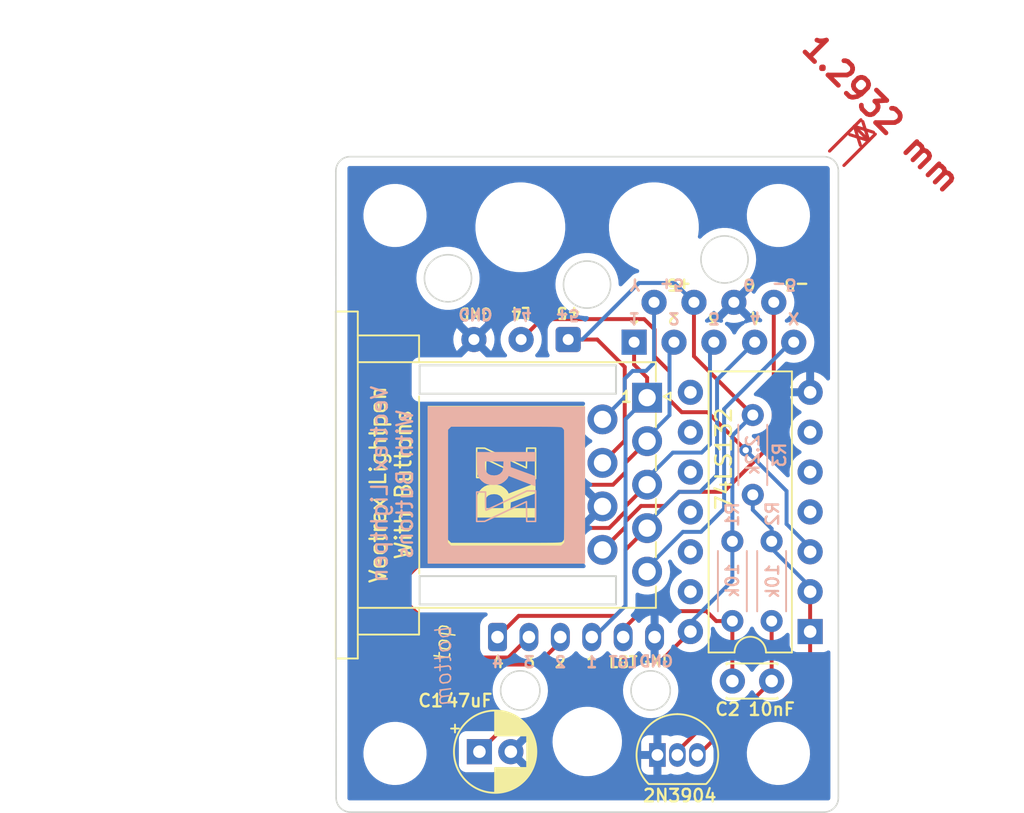
<source format=kicad_pcb>
(kicad_pcb (version 20211014) (generator pcbnew)
  (title_block (title "Vectrex Lightpen With Buttons"))
  (layers (0 "F.Cu" signal) (31 "B.Cu" signal) (34 "B.Paste" user) (35 "F.Paste" user) (36 "B.SilkS" user "B.Silkscreen") (37 "F.SilkS" user "F.Silkscreen") (38 "B.Mask" user) (39 "F.Mask" user) (44 "Edge.Cuts" user))
  (net 0 "")
  (net 1 "/X")
  (net 2 "/Y")
  (net 3 "+5V")
  (net 4 "GND")
  (net 5 "/-5")
  (net 6 "/1")
  (net 7 "/2")
  (net 8 "/3")
  (net 9 "/4")
  (net 10 "/Lp 4")
  (net 11 "/Light")
  (net 12 "Net-(C2-Pad2)")
  (net 13 "Net-(Q1-Pad3)")
  (footprint "MountingHole:MountingHole_2.5mm" (layer "F.Cu") (at 155.9304 64.75 180)
    (fp_text reference "REF3" hide)
    (fp_text value "MH 2.5mm" hide)
    (pad "" np_thru_hole circle (at 0 0 180) (size 3 3) (drill 3) (layers F&B.Cu *.Mask))
  )
  (footprint "Connector_Dsub:DSUB-9_solderwire" (layer "F.Cu") (at 146.1104 72.82 180)
    (fp_text reference "J3" hide)
    (fp_text value "Conn_01x09" hide)
    (pad "1" thru_hole rect (at -0.635 0 180) (size 1.6 1.6) (drill 0.7) (layers *.Cu *.Mask) (net 6 "/1"))
    (pad "2" thru_hole circle (at -3.175 0 180) (size 1.6 1.6) (drill 0.7) (layers *.Cu *.Mask) (net 7 "/2"))
    (pad "3" thru_hole circle (at -5.715 0 180) (size 1.6 1.6) (drill 0.7) (layers *.Cu *.Mask) (net 8 "/3"))
    (pad "4" thru_hole circle (at -8.31 0 180) (size 1.6 1.6) (drill 0.7) (layers *.Cu *.Mask) (net 9 "/4"))
    (pad "5" thru_hole circle (at -10.795 0 180) (size 1.6 1.6) (drill 0.7) (layers *.Cu *.Mask) (net 1 "/X"))
    (pad "6" thru_hole circle (at -1.905 2.54 180) (size 1.6 1.6) (drill 0.7) (layers *.Cu *.Mask) (net 2 "/Y"))
    (pad "7" thru_hole circle (at -4.445 2.54 180) (size 1.6 1.6) (drill 0.7) (layers *.Cu *.Mask) (net 3 "+5V"))
    (pad "8" thru_hole circle (at -6.985 2.54 180) (size 1.6 1.6) (drill 0.7) (layers *.Cu *.Mask) (net 4 "GND"))
    (pad "9" thru_hole circle (at -9.525 2.54 180) (size 1.6 1.6) (drill 0.7) (layers *.Cu *.Mask) (net 5 "/-5"))
  )
  (footprint "Package_DIP:DIP-14_W7.62mm" (layer "F.Cu") (at 157.95 91.25 180)
    (fp_text reference "U1" hide)
    (fp_text value "74LS132" (at 5.5 11 90) (layer "F.SilkS"))
    (fp_line (start 6.46 -1.33) (end 4.81 -1.33) (layer "F.SilkS") (width 0.12))
    (fp_line (start 1.16 -1.33) (end 1.16 16.57) (layer "F.SilkS") (width 0.12))
    (fp_line (start 2.81 -1.33) (end 1.16 -1.33) (layer "F.SilkS") (width 0.12))
    (fp_line (start 6.46 16.57) (end 6.46 -1.33) (layer "F.SilkS") (width 0.12))
    (fp_line (start 1.16 16.57) (end 6.46 16.57) (layer "F.SilkS") (width 0.12))
    (fp_arc (start 4.81 -1.33) (mid 3.81 -0.33) (end 2.81 -1.33) (layer "F.SilkS") (width 0.12))
    (pad "1" thru_hole rect (at 0 0 180) (size 1.6 1.6) (drill 0.8) (layers *.Cu *.Mask) (net 13 "Net-(Q1-Pad3)"))
    (pad "2" thru_hole oval (at 0 2.54 180) (size 1.6 1.6) (drill 0.8) (layers *.Cu *.Mask) (net 13 "Net-(Q1-Pad3)"))
    (pad "3" thru_hole oval (at 0 5.08 180) (size 1.6 1.6) (drill 0.8) (layers *.Cu *.Mask) (net 10 "/Lp 4"))
    (pad "4" thru_hole oval (at 0 7.62 180) (size 1.6 1.6) (drill 0.8) (layers *.Cu *.Mask))
    (pad "5" thru_hole oval (at 0 10.16 180) (size 1.6 1.6) (drill 0.8) (layers *.Cu *.Mask))
    (pad "6" thru_hole oval (at 0 12.7 180) (size 1.6 1.6) (drill 0.8) (layers *.Cu *.Mask))
    (pad "7" thru_hole oval (at 0 15.24 180) (size 1.6 1.6) (drill 0.8) (layers *.Cu *.Mask) (net 4 "GND"))
    (pad "8" thru_hole oval (at 7.62 15.24 180) (size 1.6 1.6) (drill 0.8) (layers *.Cu *.Mask))
    (pad "9" thru_hole oval (at 7.62 12.7 180) (size 1.6 1.6) (drill 0.8) (layers *.Cu *.Mask))
    (pad "10" thru_hole oval (at 7.62 10.16 180) (size 1.6 1.6) (drill 0.8) (layers *.Cu *.Mask))
    (pad "11" thru_hole oval (at 7.62 7.62 180) (size 1.6 1.6) (drill 0.8) (layers *.Cu *.Mask))
    (pad "12" thru_hole oval (at 7.62 5.08 180) (size 1.6 1.6) (drill 0.8) (layers *.Cu *.Mask))
    (pad "13" thru_hole oval (at 7.62 2.54 180) (size 1.6 1.6) (drill 0.8) (layers *.Cu *.Mask))
    (pad "14" thru_hole oval (at 7.62 0 180) (size 1.6 1.6) (drill 0.8) (layers *.Cu *.Mask) (net 3 "+5V"))
  )
  (footprint "MountingHole:MountingHole_4.5mm" (layer "F.Cu") (at 139.505 65.5)
    (fp_text reference "REF5" hide)
    (fp_text value "MountingHole_4.5mm" hide)
    (pad "" np_thru_hole circle (at 0 0) (size 4.7 4.7) (drill 4.7) (layers F&B.Cu *.Mask))
  )
  (footprint "Connector_Wire:SoldeWire_1x06_P2.00mm_Vertical" (layer "F.Cu") (at 138.05 91.6)
    (fp_text reference "J4" hide)
    (fp_text value "Conn_01x07" hide)
    (pad "1" thru_hole roundrect (at 0 0) (size 1.2 1.8) (drill 0.8) (layers *.Cu *.Mask) (roundrect_rratio 0.2083333333) (net 9 "/4"))
    (pad "2" thru_hole oval (at 2 0) (size 1.2 1.8) (drill 0.8) (layers *.Cu *.Mask) (net 8 "/3"))
    (pad "3" thru_hole oval (at 4 0) (size 1.2 1.8) (drill 0.8) (layers *.Cu *.Mask) (net 7 "/2"))
    (pad "4" thru_hole oval (at 6 0) (size 1.2 1.8) (drill 0.8) (layers *.Cu *.Mask) (net 6 "/1"))
    (pad "5" thru_hole oval (at 8 0) (size 1.2 1.8) (drill 0.8) (layers *.Cu *.Mask) (net 11 "/Light"))
    (pad "6" thru_hole oval (at 10 0) (size 1.2 1.8) (drill 0.8) (layers *.Cu *.Mask) (net 4 "GND"))
  )
  (footprint "MountingHole:MountingHole_2.5mm" (layer "F.Cu") (at 131.5268 64.75)
    (fp_text reference "REF6" hide)
    (fp_text value "MH 2.5mm" hide)
    (pad "" np_thru_hole circle (at 0 0) (size 3 3) (drill 3) (layers F&B.Cu *.Mask))
  )
  (footprint "Capacitor_THT:CP_Radial_D5.0mm_P2.00mm" (layer "F.Cu") (at 136.9 98.9)
    (fp_text reference "C1" (at -3.1 -3.25) (layer "F.SilkS") (effects (font (size 0.8 0.8))))
    (fp_text value "47uF" (at -0.65 -3.25) (layer "F.SilkS") (effects (font (size 0.8 0.8))))
    (fp_line (start 2.761 -1.901) (end 2.761 -1.04) (layer "F.SilkS") (width 0.12))
    (fp_line (start 1.08 -2.579) (end 1.08 -1.04) (layer "F.SilkS") (width 0.12))
    (fp_line (start 2.401 1.04) (end 2.401 2.175) (layer "F.SilkS") (width 0.12))
    (fp_line (start 1.6 1.04) (end 1.6 2.511) (layer "F.SilkS") (width 0.12))
    (fp_line (start 1.6 -2.511) (end 1.6 -1.04) (layer "F.SilkS") (width 0.12))
    (fp_line (start 2.721 -1.937) (end 2.721 -1.04) (layer "F.SilkS") (width 0.12))
    (fp_line (start 2.641 1.04) (end 2.641 2.004) (layer "F.SilkS") (width 0.12))
    (fp_line (start 1.961 1.04) (end 1.961 2.398) (layer "F.SilkS") (width 0.12))
    (fp_line (start 1.721 1.04) (end 1.721 2.48) (layer "F.SilkS") (width 0.12))
    (fp_line (start 2.521 1.04) (end 2.521 2.095) (layer "F.SilkS") (width 0.12))
    (fp_line (start 3.041 -1.605) (end 3.041 1.605) (layer "F.SilkS") (width 0.12))
    (fp_line (start 2.321 -2.224) (end 2.321 -1.04) (layer "F.SilkS") (width 0.12))
    (fp_line (start 1.36 -2.556) (end 1.36 -1.04) (layer "F.SilkS") (width 0.12))
    (fp_line (start 1.881 1.04) (end 1.881 2.428) (layer "F.SilkS") (width 0.12))
    (fp_line (start 1.841 -2.442) (end 1.841 -1.04) (layer "F.SilkS") (width 0.12))
    (fp_line (start 2.681 1.04) (end 2.681 1.971) (layer "F.SilkS") (width 0.12))
    (fp_line (start 2.841 1.04) (end 2.841 1.826) (layer "F.SilkS") (width 0.12))
    (fp_line (start 3.001 -1.653) (end 3.001 -1.04) (layer "F.SilkS") (width 0.12))
    (fp_line (start 2.601 1.04) (end 2.601 2.035) (layer "F.SilkS") (width 0.12))
    (fp_line (start 2.081 1.04) (end 2.081 2.348) (layer "F.SilkS") (width 0.12))
    (fp_line (start 1.24 -2.569) (end 1.24 -1.04) (layer "F.SilkS") (width 0.12))
    (fp_line (start 1.761 -2.468) (end 1.761 -1.04) (layer "F.SilkS") (width 0.12))
    (fp_line (start 1.24 1.04) (end 1.24 2.569) (layer "F.SilkS") (width 0.12))
    (fp_line (start 1.2 -2.573) (end 1.2 -1.04) (layer "F.SilkS") (width 0.12))
    (fp_line (start 1.12 -2.578) (end 1.12 -1.04) (layer "F.SilkS") (width 0.12))
    (fp_line (start 2.761 1.04) (end 2.761 1.901) (layer "F.SilkS") (width 0.12))
    (fp_line (start 2.241 1.04) (end 2.241 2.268) (layer "F.SilkS") (width 0.12))
    (fp_line (start 2.401 -2.175) (end 2.401 -1.04) (layer "F.SilkS") (width 0.12))
    (fp_line (start 1.2 1.04) (end 1.2 2.573) (layer "F.SilkS") (width 0.12))
    (fp_line (start 3.401 -1.011) (end 3.401 1.011) (layer "F.SilkS") (width 0.12))
    (fp_line (start 2.041 -2.365) (end 2.041 -1.04) (layer "F.SilkS") (width 0.12))
    (fp_line (start 1.921 -2.414) (end 1.921 -1.04) (layer "F.SilkS") (width 0.12))
    (fp_line (start 1.44 -2.543) (end 1.44 -1.04) (layer "F.SilkS") (width 0.12))
    (fp_line (start 1.12 1.04) (end 1.12 2.578) (layer "F.SilkS") (width 0.12))
    (fp_line (start 1.16 1.04) (end 1.16 2.576) (layer "F.SilkS") (width 0.12))
    (fp_line (start 2.921 1.04) (end 2.921 1.743) (layer "F.SilkS") (width 0.12))
    (fp_line (start 1.68 1.04) (end 1.68 2.491) (layer "F.SilkS") (width 0.12))
    (fp_line (start 2.561 1.04) (end 2.561 2.065) (layer "F.SilkS") (width 0.12))
    (fp_line (start 1.921 1.04) (end 1.921 2.414) (layer "F.SilkS") (width 0.12))
    (fp_line (start 2.601 -2.035) (end 2.601 -1.04) (layer "F.SilkS") (width 0.12))
    (fp_line (start 1.28 -2.565) (end 1.28 -1.04) (layer "F.SilkS") (width 0.12))
    (fp_line (start 1.56 -2.52) (end 1.56 -1.04) (layer "F.SilkS") (width 0.12))
    (fp_line (start 1.961 -2.398) (end 1.961 -1.04) (layer "F.SilkS") (width 0.12))
    (fp_line (start 1.16 -2.576) (end 1.16 -1.04) (layer "F.SilkS") (width 0.12))
    (fp_line (start -1.804775 -1.475) (end -1.304775 -1.475) (layer "F.SilkS") (width 0.12))
    (fp_line (start 3.121 -1.5) (end 3.121 1.5) (layer "F.SilkS") (width 0.12))
    (fp_line (start 3.441 -0.915) (end 3.441 0.915) (layer "F.SilkS") (width 0.12))
    (fp_line (start 3.601 -0.284) (end 3.601 0.284) (layer "F.SilkS") (width 0.12))
    (fp_line (start 1.56 1.04) (end 1.56 2.52) (layer "F.SilkS") (width 0.12))
    (fp_line (start 2.721 1.04) (end 2.721 1.937) (layer "F.SilkS") (width 0.12))
    (fp_line (start 2.161 1.04) (end 2.161 2.31) (layer "F.SilkS") (width 0.12))
    (fp_line (start 2.321 1.04) (end 2.321 2.224) (layer "F.SilkS") (width 0.12))
    (fp_line (start 3.081 -1.554) (end 3.081 1.554) (layer "F.SilkS") (width 0.12))
    (fp_line (start 2.081 -2.348) (end 2.081 -1.04) (layer "F.SilkS") (width 0.12))
    (fp_line (start 1.761 1.04) (end 1.761 2.468) (layer "F.SilkS") (width 0.12))
    (fp_line (start 1.801 1.04) (end 1.801 2.455) (layer "F.SilkS") (width 0.12))
    (fp_line (start 1.04 1.04) (end 1.04 2.58) (layer "F.SilkS") (width 0.12))
    (fp_line (start 2.161 -2.31) (end 2.161 -1.04) (layer "F.SilkS") (width 0.12))
    (fp_line (start 2.201 1.04) (end 2.201 2.29) (layer "F.SilkS") (width 0.12))
    (fp_line (start 2.561 -2.065) (end 2.561 -1.04) (layer "F.SilkS") (width 0.12))
    (fp_line (start 2.961 1.04) (end 2.961 1.699) (layer "F.SilkS") (width 0.12))
    (fp_line (start 2.641 -2.004) (end 2.641 -1.04) (layer "F.SilkS") (width 0.12))
    (fp_line (start 2.481 -2.122) (end 2.481 -1.04) (layer "F.SilkS") (width 0.12))
    (fp_line (start 1.68 -2.491) (end 1.68 -1.04) (layer "F.SilkS") (width 0.12))
    (fp_line (start 1.64 1.04) (end 1.64 2.501) (layer "F.SilkS") (width 0.12))
    (fp_line (start 1.64 -2.501) (end 1.64 -1.04) (layer "F.SilkS") (width 0.12))
    (fp_line (start 1.52 -2.528) (end 1.52 -1.04) (layer "F.SilkS") (width 0.12))
    (fp_line (start 2.801 1.04) (end 2.801 1.864) (layer "F.SilkS") (width 0.12))
    (fp_line (start 1.36 1.04) (end 1.36 2.556) (layer "F.SilkS") (width 0.12))
    (fp_line (start 1.841 1.04) (end 1.841 2.442) (layer "F.SilkS") (width 0.12))
    (fp_line (start 1.801 -2.455) (end 1.801 -1.04) (layer "F.SilkS") (width 0.12))
    (fp_line (start 2.481 1.04) (end 2.481 2.122) (layer "F.SilkS") (width 0.12))
    (fp_line (start 1.721 -2.48) (end 1.721 -1.04) (layer "F.SilkS") (width 0.12))
    (fp_line (start 1.44 1.04) (end 1.44 2.543) (layer "F.SilkS") (width 0.12))
    (fp_line (start 1.08 1.04) (end 1.08 2.579) (layer "F.SilkS") (width 0.12))
    (fp_line (start 3.561 -0.518) (end 3.561 0.518) (layer "F.SilkS") (width 0.12))
    (fp_line (start 2.521 -2.095) (end 2.521 -1.04) (layer "F.SilkS") (width 0.12))
    (fp_line (start 3.521 -0.677) (end 3.521 0.677) (layer "F.SilkS") (width 0.12))
    (fp_line (start 2.441 -2.149) (end 2.441 -1.04) (layer "F.SilkS") (width 0.12))
    (fp_line (start 2.801 -1.864) (end 2.801 -1.04) (layer "F.SilkS") (width 0.12))
    (fp_line (start 1.52 1.04) (end 1.52 2.528) (layer "F.SilkS") (width 0.12))
    (fp_line (start 1.4 1.04) (end 1.4 2.55) (layer "F.SilkS") (width 0.12))
    (fp_line (start 2.201 -2.29) (end 2.201 -1.04) (layer "F.SilkS") (width 0.12))
    (fp_line (start 2.001 1.04) (end 2.001 2.382) (layer "F.SilkS") (width 0.12))
    (fp_line (start 1.28 1.04) (end 1.28 2.565) (layer "F.SilkS") (width 0.12))
    (fp_line (start 3.161 -1.443) (end 3.161 1.443) (layer "F.SilkS") (width 0.12))
    (fp_line (start 1.48 -2.536) (end 1.48 -1.04) (layer "F.SilkS") (width 0.12))
    (fp_line (start 2.841 -1.826) (end 2.841 -1.04) (layer "F.SilkS") (width 0.12))
    (fp_line (start 2.241 -2.268) (end 2.241 -1.04) (layer "F.SilkS") (width 0.12))
    (fp_line (start 2.921 -1.743) (end 2.921 -1.04) (layer "F.SilkS") (width 0.12))
    (fp_line (start 2.361 -2.2) (end 2.361 -1.04) (layer "F.SilkS") (width 0.12))
    (fp_line (start 1 -2.58) (end 1 -1.04) (layer "F.SilkS") (width 0.12))
    (fp_line (start 1.48 1.04) (end 1.48 2.536) (layer "F.SilkS") (width 0.12))
    (fp_line (start 3.241 -1.319) (end 3.241 1.319) (layer "F.SilkS") (width 0.12))
    (fp_line (start 1.04 -2.58) (end 1.04 -1.04) (layer "F.SilkS") (width 0.12))
    (fp_line (start 2.681 -1.971) (end 2.681 -1.04) (layer "F.SilkS") (width 0.12))
    (fp_line (start 3.201 -1.383) (end 3.201 1.383) (layer "F.SilkS") (width 0.12))
    (fp_line (start 2.121 1.04) (end 2.121 2.329) (layer "F.SilkS") (width 0.12))
    (fp_line (start 2.441 1.04) (end 2.441 2.149) (layer "F.SilkS") (width 0.12))
    (fp_line (start 2.961 -1.699) (end 2.961 -1.04) (layer "F.SilkS") (width 0.12))
    (fp_line (start 1.4 -2.55) (end 1.4 -1.04) (layer "F.SilkS") (width 0.12))
    (fp_line (start -1.554775 -1.725) (end -1.554775 -1.225) (layer "F.SilkS") (width 0.12))
    (fp_line (start 3.321 -1.178) (end 3.321 1.178) (layer "F.SilkS") (width 0.12))
    (fp_line (start 2.281 -2.247) (end 2.281 -1.04) (layer "F.SilkS") (width 0.12))
    (fp_line (start 2.121 -2.329) (end 2.121 -1.04) (layer "F.SilkS") (width 0.12))
    (fp_line (start 1.32 -2.561) (end 1.32 -1.04) (layer "F.SilkS") (width 0.12))
    (fp_line (start 1 1.04) (end 1 2.58) (layer "F.SilkS") (width 0.12))
    (fp_line (start 3.361 -1.098) (end 3.361 1.098) (layer "F.SilkS") (width 0.12))
    (fp_line (start 3.281 -1.251) (end 3.281 1.251) (layer "F.SilkS") (width 0.12))
    (fp_line (start 2.361 1.04) (end 2.361 2.2) (layer "F.SilkS") (width 0.12))
    (fp_line (start 2.001 -2.382) (end 2.001 -1.04) (layer "F.SilkS") (width 0.12))
    (fp_line (start 2.281 1.04) (end 2.281 2.247) (layer "F.SilkS") (width 0.12))
    (fp_line (start 3.481 -0.805) (end 3.481 0.805) (layer "F.SilkS") (width 0.12))
    (fp_line (start 2.881 1.04) (end 2.881 1.785) (layer "F.SilkS") (width 0.12))
    (fp_line (start 2.041 1.04) (end 2.041 2.365) (layer "F.SilkS") (width 0.12))
    (fp_line (start 1.32 1.04) (end 1.32 2.561) (layer "F.SilkS") (width 0.12))
    (fp_line (start 2.881 -1.785) (end 2.881 -1.04) (layer "F.SilkS") (width 0.12))
    (fp_line (start 1.881 -2.428) (end 1.881 -1.04) (layer "F.SilkS") (width 0.12))
    (fp_line (start 3.001 1.04) (end 3.001 1.653) (layer "F.SilkS") (width 0.12))
    (fp_circle (center 1 0) (end 3.62 0) (layer "F.SilkS") (width 0.12) (fill none))
    (pad "1" thru_hole rect (at 0 0) (size 1.6 1.6) (drill 0.8) (layers *.Cu *.Mask) (net 3 "+5V"))
    (pad "2" thru_hole circle (at 2 0) (size 1.6 1.6) (drill 0.8) (layers *.Cu *.Mask) (net 4 "GND"))
  )
  (footprint "MountingHole:MountingHole_4.5mm" (layer "F.Cu") (at 148.005 65.5)
    (fp_text reference "REF**" hide)
    (fp_text value "MountingHole_4.5mm" hide)
    (pad "" np_thru_hole circle (at 0 0) (size 4.7 4.7) (drill 4.7) (layers F&B.Cu *.Mask))
  )
  (footprint "Connector_Wire:SolderWire-0.1sqmm_1x03_P3mm_D0.4mm_OD1mm" (layer "F.Cu") (at 142.6025 72.65 180)
    (fp_text reference "J2" hide)
    (fp_text value "Conn_01x03" hide)
    (pad "1" thru_hole roundrect (at 0.053 0 180) (size 1.6 1.6) (drill 0.7) (layers *.Cu *.Mask) (roundrect_rratio 0.15625) (net 3 "+5V"))
    (pad "2" thru_hole circle (at 3.048 0 180) (size 1.6 1.6) (drill 0.7) (layers *.Cu *.Mask) (net 10 "/Lp 4"))
    (pad "3" thru_hole circle (at 6.052 0 180) (size 1.6 1.6) (drill 0.7) (layers *.Cu *.Mask) (net 4 "GND"))
  )
  (footprint "MountingHole:MountingHole_2.5mm" (layer "F.Cu") (at 131.5268 99.0108 180)
    (fp_text reference "REF1" hide)
    (fp_text value "MH 2.5mm" hide)
    (pad "" np_thru_hole circle (at 0 0 180) (size 3 3) (drill 3) (layers F&B.Cu *.Mask))
  )
  (footprint "Connector_Dsub:DSUB-9_Male_Horizontal_Sega_Joystick" (layer "F.Cu") (at 147.6248 76.3016 -90)
    (fp_text reference "J1" hide)
    (fp_text value "DB9_Male" hide)
    (fp_line (start 1.0668 -0.508) (end 1.9304 -0.508) (layer "F.SilkS") (width 0.12))
    (fp_line (start -5.4356 19.8652) (end -5.4356 18.4658) (layer "F.SilkS") (width 0.12))
    (fp_line (start 15.1384 14.5658) (end 15.1384 18.4658) (layer "F.SilkS") (width 0.12))
    (fp_line (start -0.2734 -1.435707) (end 0.2266 -1.435707) (layer "F.SilkS") (width 0.12))
    (fp_line (start 13.4366 -0.508) (end 12.065 -0.508) (layer "F.SilkS") (width 0.12))
    (fp_line (start -0.0254 14.5658) (end 11.2522 14.5542) (layer "F.SilkS") (width 0.12))
    (fp_line (start -5.4356 18.4658) (end 16.6624 18.4658) (layer "F.SilkS") (width 0.12))
    (fp_line (start -3.9116 18.4658) (end -3.9116 14.5658) (layer "F.SilkS") (width 0.12))
    (fp_line (start 13.4366 18.4404) (end 13.4366 -0.508) (layer "F.SilkS") (width 0.12))
    (fp_line (start 3.7084 -0.508) (end 4.6736 -0.508) (layer "F.SilkS") (width 0.12))
    (fp_line (start 13.4366 14.5658) (end 15.1384 14.5658) (layer "F.SilkS") (width 0.12))
    (fp_line (start 0.2266 -1.435707) (end -0.0234 -1.002694) (layer "F.SilkS") (width 0.12))
    (fp_line (start 6.5024 -0.508) (end 7.4676 -0.508) (layer "F.SilkS") (width 0.12))
    (fp_line (start 16.6624 19.8652) (end 16.6624 18.4658) (layer "F.SilkS") (width 0.12))
    (fp_line (start 10.2108 -0.508) (end 9.2456 -0.508) (layer "F.SilkS") (width 0.12))
    (fp_line (start -2.2098 14.5658) (end -3.9116 14.5658) (layer "F.SilkS") (width 0.12))
    (fp_line (start -5.4356 19.8652) (end 16.6624 19.8652) (layer "F.SilkS") (width 0.12))
    (fp_line (start -2.2098 -0.5068) (end -0.9906 -0.508) (layer "F.SilkS") (width 0.12))
    (fp_line (start -0.0234 -1.002694) (end -0.2734 -1.435707) (layer "F.SilkS") (width 0.12))
    (fp_line (start -2.2098 18.4404) (end -2.2098 -0.5068) (layer "F.SilkS") (width 0.12))
    (fp_line (start -2.0066 2.032) (end -2.0066 14.5288) (layer "Edge.Cuts") (width 0.12))
    (fp_line (start 11.4173 14.5288) (end 13.2207 14.5288) (layer "Edge.Cuts") (width 0.12))
    (fp_line (start 13.2207 14.5288) (end 13.2207 2.032) (layer "Edge.Cuts") (width 0.12))
    (fp_line (start -2.0066 2.032) (end -0.2032 2.032) (layer "Edge.Cuts") (width 0.12))
    (fp_line (start -0.2032 14.5288) (end -0.2032 2.032) (layer "Edge.Cuts") (width 0.12))
    (fp_line (start 11.4173 2.032) (end 13.2207 2.032) (layer "Edge.Cuts") (width 0.12))
    (fp_line (start -2.0066 14.5288) (end -0.2032 14.5288) (layer "Edge.Cuts") (width 0.12))
    (fp_line (start 11.4173 2.032) (end 11.4173 14.5288) (layer "Edge.Cuts") (width 0.12))
    (pad "1" thru_hole rect (at 0.0508 0.0508 270) (size 1.9 1.9) (drill 1.1) (layers *.Cu *.Mask) (net 6 "/1"))
    (pad "2" thru_hole circle (at 2.8208 0.0508 270) (size 1.9 1.9) (drill 1.1) (layers *.Cu *.Mask) (net 7 "/2"))
    (pad "3" thru_hole circle (at 5.5908 0.0508 270) (size 1.9 1.9) (drill 1.1) (layers *.Cu *.Mask) (net 8 "/3"))
    (pad "4" thru_hole circle (at 8.3608 0.0508 270) (size 1.9 1.9) (drill 1.1) (layers *.Cu *.Mask) (net 9 "/4"))
    (pad "5" thru_hole circle (at 11.1308 0.0508 270) (size 1.9 1.9) (drill 1.1) (layers *.Cu *.Mask) (net 1 "/X"))
    (pad "6" thru_hole circle (at 1.4358 2.8908 270) (size 1.9 1.9) (drill 1.1) (layers *.Cu *.Mask) (net 2 "/Y"))
    (pad "7" thru_hole circle (at 4.2058 2.8908 270) (size 1.9 1.9) (drill 1.1) (layers *.Cu *.Mask) (net 3 "+5V"))
    (pad "8" thru_hole circle (at 6.9758 2.8908 270) (size 1.9 1.9) (drill 1.1) (layers *.Cu *.Mask) (net 4 "GND"))
    (pad "9" thru_hole circle (at 9.7458 2.8908 270) (size 1.9 1.9) (drill 1.1) (layers *.Cu *.Mask) (net 5 "/-5"))
  )
  (footprint "Package_TO_SOT_THT:TO-92_Inline" (layer "F.Cu") (at 148.23 99.11)
    (fp_text reference "Q1" hide)
    (fp_text value "2N3904" (at 1.42 2.59 180) (layer "F.SilkS") (effects (font (size 0.8 0.8))))
    (fp_line (start -0.53 1.85) (end 3.07 1.85) (layer "F.SilkS") (width 0.12))
    (fp_arc (start 1.27 -2.6) (mid 3.672087 -0.994977) (end 3.108478 1.838478) (layer "F.SilkS") (width 0.12))
    (fp_arc (start -0.568478 1.838478) (mid -1.132087 -0.994977) (end 1.27 -2.6) (layer "F.SilkS") (width 0.12))
    (pad "1" thru_hole rect (at 0 0) (size 1.05 1.5) (drill 0.75) (layers *.Cu *.Mask) (net 4 "GND"))
    (pad "2" thru_hole oval (at 1.27 0) (size 1.05 1.5) (drill 0.75) (layers *.Cu *.Mask) (net 12 "Net-(C2-Pad2)"))
    (pad "3" thru_hole oval (at 2.54 0) (size 1.05 1.5) (drill 0.75) (layers *.Cu *.Mask) (net 13 "Net-(Q1-Pad3)"))
  )
  (footprint "Capacitor_THT:C_Disc_D3.0mm_W2.0mm_P2.50mm" (layer "F.Cu") (at 153 94.4)
    (fp_text reference "C2" (at -0.3 1.8) (layer "F.SilkS") (effects (font (size 0.8 0.8))))
    (fp_text value "10nF" (at 2.5 1.8) (layer "F.SilkS") (effects (font (size 0.8 0.8))))
    (fp_line (start -0.37 -1.12) (end 2.87 -1.12) (layer "F.SilkS") (width 0.12))
    (fp_line (start -0.37 1.12) (end 2.87 1.12) (layer "F.SilkS") (width 0.12))
    (fp_line (start 2.87 1.055) (end 2.87 1.12) (layer "F.SilkS") (width 0.12))
    (fp_line (start 2.87 -1.12) (end 2.87 -1.055) (layer "F.SilkS") (width 0.12))
    (fp_line (start -0.37 1.055) (end -0.37 1.12) (layer "F.SilkS") (width 0.12))
    (fp_line (start -0.37 -1.12) (end -0.37 -1.055) (layer "F.SilkS") (width 0.12))
    (pad "1" thru_hole circle (at 0 0) (size 1.6 1.6) (drill 0.8) (layers *.Cu *.Mask) (net 11 "/Light"))
    (pad "2" thru_hole circle (at 2.5 0) (size 1.6 1.6) (drill 0.8) (layers *.Cu *.Mask) (net 12 "Net-(C2-Pad2)"))
  )
  (footprint "MountingHole:MountingHole_4.5mm" (layer "F.Cu") (at 143.7639 98.25)
    (fp_text reference "REF7" hide)
    (fp_text value "MountingHole_4.5mm" hide)
    (pad "" np_thru_hole circle (at 0 0) (size 3.4 3.4) (drill 3.4) (layers F&B.Cu *.Mask))
  )
  (footprint "MountingHole:MountingHole_2.5mm" (layer "F.Cu") (at 155.9304 99.0108)
    (fp_text reference "REF2" hide)
    (fp_text value "MH 2.5mm" hide)
    (pad "" np_thru_hole circle (at 0 0) (size 3 3) (drill 3) (layers F&B.Cu *.Mask))
  )
  (footprint "Logo:RZ_10mm_inverted" (layer "F.Cu") (at 138.6 81.9 90)
    (fp_text reference "F1" hide)
    (fp_text value "LOGO" hide)
    (fp_poly (pts (xy 2.332769 -1.618454) (xy 2.330719 -1.361978) (xy 1.702866 -0.035376) (xy 1.075014 1.291225) (xy 1.704916 1.300867) (xy 2.334819 1.31051) (xy 2.334819 1.87493) (xy 0.389136 1.87493) (xy 0.389136 1.335347) (xy 0.994489 0.057437) (xy 1.127465 -0.223455) (xy 1.251206 -0.485177) (xy 1.362374 -0.720645) (xy 1.457632 -0.922777) (xy 1.533644 -1.084488) (xy 1.587071 -1.198696) (xy 1.614578 -1.258317) (xy 1.617354 -1.264694) (xy 1.608564 -1.281673) (xy 1.561653 -1.293985) (xy 1.468997 -1.302221) (xy 1.322969 -1.306972) (xy 1.115942 -1.308831) (xy 1.047378 -1.308914) (xy 0.459888 -1.308914) (xy 0.459888 -1.874931) (xy 2.334819 -1.874931)) (layer "F.SilkS") (width 0.1) (fill none))
    (fp_poly (pts (xy -1.406198 -1.866226) (xy -1.143629 -1.8585) (xy -0.940958 -1.848756) (xy -0.787338 -1.836001) (xy -0.671924 -1.819242) (xy -0.583869 -1.797487) (xy -0.557589 -1.788539) (xy -0.391144 -1.696269) (xy -0.235139 -1.554637) (xy -0.108626 -1.384507) (xy -0.032533 -1.213499) (xy 0.004499 -1.011072) (xy 0.014682 -0.78035) (xy -0.00204 -0.555663) (xy -0.031229 -0.415313) (xy -0.090989 -0.27861) (xy -0.185757 -0.134358) (xy -0.298471 -0.003714) (xy -0.412064 0.092166) (xy -0.463132 0.120155) (xy -0.558184 0.160121) (xy -0.29664 0.831801) (xy -0.211975 1.049512) (xy -0.131364 1.257314) (xy -0.060113 1.441487) (xy -0.003531 1.58831) (xy 0.033075 1.684061) (xy 0.03502 1.689206) (xy 0.105135 1.87493) (xy -0.550555 1.87493) (xy -1.121953 0.300696) (xy -1.303874 0.290003) (xy -1.485794 0.279311) (xy -1.485794 1.87493) (xy -2.087187 1.87493) (xy -2.087187 -0.169389) (xy -1.485794 -0.169389) (xy -1.205174 -0.182132) (xy -1.041298 -0.194556) (xy -0.928394 -0.217022) (xy -0.846898 -0.254006) (xy -0.824881 -0.269172) (xy -0.692127 -0.404513) (xy -0.617358 -0.573153) (xy -0.596339 -0.76115) (xy -0.619165 -0.974501) (xy -0.689294 -1.137191) (xy -0.809209 -1.251505) (xy -0.981391 -1.319732) (xy -1.20832 -1.344159) (xy -1.228766 -1.34429) (xy -1.485794 -1.34429) (xy -1.485794 -0.169389) (xy -2.087187 -0.169389) (xy -2.087187 -1.882435)) (layer "F.SilkS") (width 0) (fill solid))
    (fp_poly (pts (xy 5.023398 5.023398) (xy -4.988022 5.023398) (xy -4.988022 -0.00291) (xy -3.696797 -0.00291) (xy -3.696773 0.571844) (xy -3.696644 1.080048) (xy -3.696328 1.525902) (xy -3.695742 1.913607) (xy -3.694803 2.247365) (xy -3.693427 2.531377) (xy -3.691532 2.769845) (xy -3.689033 2.966968) (xy -3.685849 3.126949) (xy -3.681896 3.253989) (xy -3.67709 3.352289) (xy -3.67135 3.42605) (xy -3.664591 3.479473) (xy -3.65673 3.51676) (xy -3.647685 3.542112) (xy -3.637372 3.55973) (xy -3.626045 3.573442) (xy -3.549541 3.641894) (xy -3.484541 3.681306) (xy -3.439916 3.685321) (xy -3.329397 3.689039) (xy -3.157842 3.692429) (xy -2.930107 3.695461) (xy -2.65105 3.698105) (xy -2.325529 3.700331) (xy -1.958401 3.702109) (xy -1.554523 3.703409) (xy -1.118753 3.704202) (xy -0.655948 3.704456) (xy -0.170966 3.704142) (xy 0.131863 3.703662) (xy 3.677514 3.696796) (xy 3.775595 3.598708) (xy 3.873677 3.50062) (xy 3.873677 -3.500621) (xy 3.775589 -3.598709) (xy 3.6775 -3.696797) (xy -3.500621 -3.696797) (xy -3.696797 -3.500621) (xy -3.696797 -0.00291) (xy -4.988022 -0.00291) (xy -4.988022 -4.988022) (xy 5.023398 -4.988022)) (layer "F.SilkS") (width 0) (fill solid))
  )
  (footprint "Resistor_THT:R_Axial_DIN0204_L3.6mm_D1.6mm_P5.08mm_Horizontal" (layer "B.Cu") (at 153 85.5 -90)
    (fp_text reference "R1" (at -1.7 0 90) (layer "B.SilkS") (effects (font (size 0.8 0.8)) (justify mirror)))
    (fp_text value "10k" (at 2.5 0 90) (layer "B.SilkS") (effects (font (size 0.8 0.8)) (justify mirror)))
    (fp_line (start 0.62 0.92) (end 4.46 0.92) (layer "B.SilkS") (width 0.12))
    (fp_line (start 0.62 -0.92) (end 4.46 -0.92) (layer "B.SilkS") (width 0.12))
    (pad "1" thru_hole circle (at 0 0 270) (size 1.4 1.4) (drill 0.7) (layers *.Cu *.Mask) (net 3 "+5V"))
    (pad "2" thru_hole oval (at 5.08 0 270) (size 1.4 1.4) (drill 0.7) (layers *.Cu *.Mask) (net 11 "/Light"))
  )
  (footprint "Logo:RZ_10mm_inverted" (layer "B.Cu") (at 138.6 81.9 -90)
    (fp_text reference "FB" hide)
    (fp_text value "LOGO" hide)
    (fp_poly (pts (xy 2.332769 1.618454) (xy 2.330719 1.361978) (xy 1.702866 0.035376) (xy 1.075014 -1.291225) (xy 1.704916 -1.300867) (xy 2.334819 -1.31051) (xy 2.334819 -1.87493) (xy 0.389136 -1.87493) (xy 0.389136 -1.335347) (xy 0.994489 -0.057437) (xy 1.127465 0.223455) (xy 1.251206 0.485177) (xy 1.362374 0.720645) (xy 1.457632 0.922777) (xy 1.533644 1.084488) (xy 1.587071 1.198696) (xy 1.614578 1.258317) (xy 1.617354 1.264694) (xy 1.608564 1.281673) (xy 1.561653 1.293985) (xy 1.468997 1.302221) (xy 1.322969 1.306972) (xy 1.115942 1.308831) (xy 1.047378 1.308914) (xy 0.459888 1.308914) (xy 0.459888 1.874931) (xy 2.334819 1.874931)) (layer "B.SilkS") (width 0.1) (fill none))
    (fp_poly (pts (xy 5.023398 -5.023398) (xy -4.988022 -5.023398) (xy -4.988022 0.00291) (xy -3.696797 0.00291) (xy -3.696773 -0.571844) (xy -3.696644 -1.080048) (xy -3.696328 -1.525902) (xy -3.695742 -1.913607) (xy -3.694803 -2.247365) (xy -3.693427 -2.531377) (xy -3.691532 -2.769845) (xy -3.689033 -2.966968) (xy -3.685849 -3.126949) (xy -3.681896 -3.253989) (xy -3.67709 -3.352289) (xy -3.67135 -3.42605) (xy -3.664591 -3.479473) (xy -3.65673 -3.51676) (xy -3.647685 -3.542112) (xy -3.637372 -3.55973) (xy -3.626045 -3.573442) (xy -3.549541 -3.641894) (xy -3.484541 -3.681306) (xy -3.439916 -3.685321) (xy -3.329397 -3.689039) (xy -3.157842 -3.692429) (xy -2.930107 -3.695461) (xy -2.65105 -3.698105) (xy -2.325529 -3.700331) (xy -1.958401 -3.702109) (xy -1.554523 -3.703409) (xy -1.118753 -3.704202) (xy -0.655948 -3.704456) (xy -0.170966 -3.704142) (xy 0.131863 -3.703662) (xy 3.677514 -3.696796) (xy 3.775595 -3.598708) (xy 3.873677 -3.50062) (xy 3.873677 3.500621) (xy 3.775589 3.598709) (xy 3.6775 3.696797) (xy -3.500621 3.696797) (xy -3.696797 3.500621) (xy -3.696797 0.00291) (xy -4.988022 0.00291) (xy -4.988022 4.988022) (xy 5.023398 4.988022)) (layer "B.SilkS") (width 0) (fill solid))
    (fp_poly (pts (xy -1.406198 1.866226) (xy -1.143629 1.8585) (xy -0.940958 1.848756) (xy -0.787338 1.836001) (xy -0.671924 1.819242) (xy -0.583869 1.797487) (xy -0.557589 1.788539) (xy -0.391144 1.696269) (xy -0.235139 1.554637) (xy -0.108626 1.384507) (xy -0.032533 1.213499) (xy 0.004499 1.011072) (xy 0.014682 0.78035) (xy -0.00204 0.555663) (xy -0.031229 0.415313) (xy -0.090989 0.27861) (xy -0.185757 0.134358) (xy -0.298471 0.003714) (xy -0.412064 -0.092166) (xy -0.463132 -0.120155) (xy -0.558184 -0.160121) (xy -0.29664 -0.831801) (xy -0.211975 -1.049512) (xy -0.131364 -1.257314) (xy -0.060113 -1.441487) (xy -0.003531 -1.58831) (xy 0.033075 -1.684061) (xy 0.03502 -1.689206) (xy 0.105135 -1.87493) (xy -0.550555 -1.87493) (xy -1.121953 -0.300696) (xy -1.303874 -0.290003) (xy -1.485794 -0.279311) (xy -1.485794 -1.87493) (xy -2.087187 -1.87493) (xy -2.087187 0.169389) (xy -1.485794 0.169389) (xy -1.205174 0.182132) (xy -1.041298 0.194556) (xy -0.928394 0.217022) (xy -0.846898 0.254006) (xy -0.824881 0.269172) (xy -0.692127 0.404513) (xy -0.617358 0.573153) (xy -0.596339 0.76115) (xy -0.619165 0.974501) (xy -0.689294 1.137191) (xy -0.809209 1.251505) (xy -0.981391 1.319732) (xy -1.20832 1.344159) (xy -1.228766 1.34429) (xy -1.485794 1.34429) (xy -1.485794 0.169389) (xy -2.087187 0.169389) (xy -2.087187 1.882435)) (layer "B.SilkS") (width 0) (fill solid))
  )
  (footprint "Resistor_THT:R_Axial_DIN0204_L3.6mm_D1.6mm_P5.08mm_Horizontal" (layer "B.Cu") (at 154.3 77.46 -90)
    (fp_text reference "R3" (at 2.54 -1.7 90) (layer "B.SilkS") (effects (font (size 0.8 0.8)) (justify mirror)))
    (fp_text value "2.2k" (at 2.54 0 90) (layer "B.SilkS") (effects (font (size 0.8 0.8)) (justify mirror)))
    (fp_line (start 0.62 -0.92) (end 4.46 -0.92) (layer "B.SilkS") (width 0.12))
    (fp_line (start 0.62 0.92) (end 4.46 0.92) (layer "B.SilkS") (width 0.12))
    (pad "1" thru_hole circle (at 0 0 270) (size 1.4 1.4) (drill 0.7) (layers *.Cu *.Mask) (net 3 "+5V"))
    (pad "2" thru_hole oval (at 5.08 0 270) (size 1.4 1.4) (drill 0.7) (layers *.Cu *.Mask) (net 13 "Net-(Q1-Pad3)"))
  )
  (footprint "Resistor_THT:R_Axial_DIN0204_L3.6mm_D1.6mm_P5.08mm_Horizontal" (layer "B.Cu") (at 155.5 85.5 -90)
    (fp_text reference "R2" (at -1.75 -0.05 90) (layer "B.SilkS") (effects (font (size 0.8 0.8)) (justify mirror)))
    (fp_text value "10k" (at 2.54 -0.05 90) (layer "B.SilkS") (effects (font (size 0.8 0.8)) (justify mirror)))
    (fp_line (start 0.62 0.92) (end 4.46 0.92) (layer "B.SilkS") (width 0.12))
    (fp_line (start 0.62 -0.92) (end 4.46 -0.92) (layer "B.SilkS") (width 0.12))
    (pad "1" thru_hole circle (at 0 0 270) (size 1.4 1.4) (drill 0.7) (layers *.Cu *.Mask) (net 13 "Net-(Q1-Pad3)"))
    (pad "2" thru_hole oval (at 5.08 0 270) (size 1.4 1.4) (drill 0.7) (layers *.Cu *.Mask) (net 12 "Net-(C2-Pad2)"))
  )
  (gr_line (start 159.747832 101.833432) (end 159.747832 61.916568) (layer "Edge.Cuts") (width 0.1))
  (gr_circle (center 143.75 69.15) (end 145.25 69.15) (layer "Edge.Cuts") (width 0.1) (fill none))
  (gr_line (start 158.833432 61.002168) (end 128.676568 61.002168) (layer "Edge.Cuts") (width 0.1))
  (gr_arc (start 128.6944 102.747832) (mid 128.047832 102.48) (end 127.78 101.833432) (layer "Edge.Cuts") (width 0.1))
  (gr_arc (start 159.747832 101.833432) (mid 159.48 102.48) (end 158.833432 102.747832) (layer "Edge.Cuts") (width 0.1))
  (gr_line (start 128.6944 102.747832) (end 158.833432 102.747832) (layer "Edge.Cuts") (width 0.1))
  (gr_arc (start 158.833432 61.002168) (mid 159.48 61.27) (end 159.747832 61.916568) (layer "Edge.Cuts") (width 0.1))
  (gr_circle (center 147.8 95) (end 149.05 95) (layer "Edge.Cuts") (width 0.1) (fill none))
  (gr_line (start 127.762168 61.916568) (end 127.78 101.833432) (layer "Edge.Cuts") (width 0.1))
  (gr_circle (center 139.5 95) (end 140.75 95) (layer "Edge.Cuts") (width 0.1) (fill none))
  (gr_circle (center 152.5 67.55) (end 154 67.55) (layer "Edge.Cuts") (width 0.1) (fill none))
  (gr_circle (center 134.9 68.75) (end 136.4 68.75) (layer "Edge.Cuts") (width 0.1) (fill none))
  (gr_arc (start 127.762168 61.916568) (mid 128.03 61.27) (end 128.676568 61.002168) (layer "Edge.Cuts") (width 0.1))
  (gr_text "GND" (at 148.15 93.15) (layer "B.SilkS") (effects (font (size 0.7 0.7)) (justify mirror)))
  (gr_text "2\n" (at 142.05 93.2) (layer "B.SilkS") (effects (font (size 0.7 0.7)) (justify mirror)))
  (gr_text "1" (at 144.05 93.2) (layer "B.SilkS") (effects (font (size 0.7 0.7)) (justify mirror)))
  (gr_text "Y" (at 146.8 69.15 -180) (layer "B.SilkS") (effects (font (size 0.7 0.7)) (justify mirror)))
  (gr_text "bottom" (at 134.6 93.4 90) (layer "B.SilkS") (effects (font (size 1 1) (thickness 0.1) italic) (justify mirror)))
  (gr_text "+5" (at 149.15 69.15 -180) (layer "B.SilkS") (effects (font (size 0.7 0.7)) (justify mirror)))
  (gr_text "G" (at 154.05 69.15 -180) (layer "B.SilkS") (effects (font (size 0.7 0.7)) (justify mirror)))
  (gr_text "X" (at 156.9 71.3 -180) (layer "B.SilkS") (effects (font (size 0.7 0.7)) (justify mirror)))
  (gr_text "+5" (at 142.5 71.1 -180) (layer "B.SilkS") (effects (font (size 0.7 0.7)) (justify mirror)))
  (gr_text "-5" (at 156.3 69.15 -180) (layer "B.SilkS") (effects (font (size 0.7 0.7)) (justify mirror)))
  (gr_text "LGT" (at 146.05 93.2) (layer "B.SilkS") (effects (font (size 0.7 0.7)) (justify mirror)))
  (gr_text "4" (at 154.45 71.25 -180) (layer "B.SilkS") (effects (font (size 0.7 0.7)) (justify mirror)))
  (gr_text "L4" (at 139.6 71.05 -180) (layer "B.SilkS") (effects (font (size 0.7 0.7)) (justify mirror)))
  (gr_text "3" (at 151.85 71.3 -180) (layer "B.SilkS") (effects (font (size 0.7 0.7)) (justify mirror)))
  (gr_text "Vectrex Lightpen\nWith Buttons" (at 131.35 81.86447 90) (layer "B.SilkS") (effects (font (size 1 1)) (justify mirror)))
  (gr_text "3" (at 140.05 93.2) (layer "B.SilkS") (effects (font (size 0.7 0.7)) (justify mirror)))
  (gr_text "1" (at 146.75 71.3 -180) (layer "B.SilkS") (effects (font (size 0.7 0.7)) (justify mirror)))
  (gr_text "2\n" (at 149.3 71.3 -180) (layer "B.SilkS") (effects (font (size 0.7 0.7)) (justify mirror)))
  (gr_text "4" (at 138.05 93.2) (layer "B.SilkS") (effects (font (size 0.7 0.7)) (justify mirror)))
  (gr_text "GND" (at 136.65 71.05 -180) (layer "B.SilkS") (effects (font (size 0.7 0.7)) (justify mirror)))
  (gr_text "Y" (at 146.8 69.15 180) (layer "F.SilkS") (effects (font (size 0.7 0.7))))
  (gr_text "2\n" (at 142.05 93.2) (layer "F.SilkS") (effects (font (size 0.7 0.7))))
  (gr_text "X" (at 156.9 71.3 180) (layer "F.SilkS") (effects (font (size 0.7 0.7))))
  (gr_text "1" (at 146.75 71.3 180) (layer "F.SilkS") (effects (font (size 0.7 0.7))))
  (gr_text "GND" (at 148.15 93.15) (layer "F.SilkS") (effects (font (size 0.7 0.7))))
  (gr_text "2\n" (at 149.25 71.3 180) (layer "F.SilkS") (effects (font (size 0.7 0.7))))
  (gr_text "+5" (at 142.6 70.95 180) (layer "F.SilkS") (effects (font (size 0.7 0.7))))
  (gr_text "-5" (at 157.1 69.15 180) (layer "F.SilkS") (effects (font (size 0.7 0.7))))
  (gr_text "1" (at 144.05 93.2) (layer "F.SilkS") (effects (font (size 0.7 0.7))))
  (gr_text "3" (at 140.1 93.2) (layer "F.SilkS") (effects (font (size 0.7 0.7))))
  (gr_text "+5" (at 149.6 69.15 180) (layer "F.SilkS") (effects (font (size 0.7 0.7))))
  (gr_text "3" (at 151.8 71.3 180) (layer "F.SilkS") (effects (font (size 0.7 0.7))))
  (gr_text "top" (at 134.55 91.95 90) (layer "F.SilkS") (effects (font (size 1 1) (thickness 0.1) italic)))
  (gr_text "G" (at 154.1 69.15 180) (layer "F.SilkS") (effects (font (size 0.7 0.7))))
  (gr_text "4" (at 138.1 93.2) (layer "F.SilkS") (effects (font (size 0.7 0.7))))
  (gr_text "L4" (at 139.55 70.95 180) (layer "F.SilkS") (effects (font (size 0.7 0.7))))
  (gr_text "GND" (at 136.65 71 180) (layer "F.SilkS") (effects (font (size 0.7 0.7))))
  (gr_text "Vectrex Lightpen\nWith Buttons" (at 131.25 81.8896 90) (layer "F.SilkS") (effects (font (size 1 1))))
  (gr_text "4" (at 154.45 71.25 180) (layer "F.SilkS") (effects (font (size 0.7 0.7))))
  (gr_text "LGT" (at 146.05 93.2) (layer "F.SilkS") (effects (font (size 0.7 0.7))))
  (gr_text "1" (at 146.2532 76.3016) (layer "F.SilkS") (effects (font (size 0.7 0.7))))
  (dimension (type aligned) (layer "F.Cu") (pts (xy 158.833432 61.002168) (xy 159.747832 61.916568)) (height -2.735609) (gr_text "1.2932 mm" (at 162.497792 58.252208 315) (layer "F.Cu") (effects (font (size 1.5 1.5) (thickness 0.3)))) (format (units 3) (units_format 1) (precision 4)) (style (thickness 0.2) (arrow_length 1.27) (text_position_mode 0) (extension_height 0.58642) (extension_offset 0.5) keep_text_aligned))
  (segment (start 152.474402 83.425598) (end 152.474402 77.075598) (width 0.25) (layer "B.Cu") (net 1))
  (segment (start 147.574 87.4324) (end 147.574 87.176) (width 0.25) (layer "B.Cu") (net 1))
  (segment (start 147.574 87.176) (end 149.85 84.9) (width 0.25) (layer "B.Cu") (net 1))
  (segment (start 156.73 72.82) (end 156.9054 72.82) (width 0.25) (layer "B.Cu") (net 1))
  (segment (start 149.85 84.9) (end 151 84.9) (width 0.25) (layer "B.Cu") (net 1))
  (segment (start 152.474402 77.075598) (end 156.73 72.82) (width 0.25) (layer "B.Cu") (net 1))
  (segment (start 151 84.9) (end 152.474402 83.425598) (width 0.25) (layer "B.Cu") (net 1))
  (segment (start 148.0154 70.28) (end 148.0154 74.1346) (width 0.25) (layer "B.Cu") (net 2))
  (segment (start 146.15 75.15) (end 146.15 76.3214) (width 0.25) (layer "B.Cu") (net 2))
  (segment (start 146.65 74.65) (end 146.15 75.15) (width 0.25) (layer "B.Cu") (net 2))
  (segment (start 148.0154 74.1346) (end 147.5 74.65) (width 0.25) (layer "B.Cu") (net 2))
  (segment (start 147.5 74.65) (end 146.65 74.65) (width 0.25) (layer "B.Cu") (net 2))
  (segment (start 146.15 76.3214) (end 144.734 77.7374) (width 0.25) (layer "B.Cu") (net 2))
  (segment (start 144.7768 93.0732) (end 148.5068 93.0732) (width 0.25) (layer "F.Cu") (net 3))
  (segment (start 142.5495 72.65) (end 144.4 72.65) (width 0.25) (layer "F.Cu") (net 3))
  (segment (start 144.4 72.65) (end 146.15 74.4) (width 0.25) (layer "F.Cu") (net 3))
  (segment (start 146.15 74.4) (end 146.15 79.0914) (width 0.25) (layer "F.Cu") (net 3))
  (segment (start 146.15 79.0914) (end 144.734 80.5074) (width 0.25) (layer "F.Cu") (net 3))
  (segment (start 154.3 77.46) (end 150.5554 73.7154) (width 0.25) (layer "F.Cu") (net 3))
  (segment (start 140.4121 97.4379) (end 144.7768 93.0732) (width 0.25) (layer "F.Cu") (net 3))
  (segment (start 138.3621 97.4379) (end 140.4121 97.4379) (width 0.25) (layer "F.Cu") (net 3))
  (segment (start 136.9 98.9) (end 138.3621 97.4379) (width 0.25) (layer "F.Cu") (net 3))
  (segment (start 148.5068 93.0732) (end 150.33 91.25) (width 0.25) (layer "F.Cu") (net 3))
  (segment (start 150.5554 73.7154) (end 150.5554 70.28) (width 0.25) (layer "F.Cu") (net 3))
  (segment (start 147.05 69.05) (end 149.3254 69.05) (width 0.25) (layer "B.Cu") (net 3))
  (segment (start 153 78.76) (end 154.3 77.46) (width 0.25) (layer "B.Cu") (net 3))
  (segment (start 143.45 72.65) (end 147.05 69.05) (width 0.25) (layer "B.Cu") (net 3))
  (segment (start 149.3254 69.05) (end 150.5554 70.28) (width 0.25) (layer "B.Cu") (net 3))
  (segment (start 150.33 90.68431) (end 150.33 91.25) (width 0.25) (layer "B.Cu") (net 3))
  (segment (start 142.5495 72.65) (end 143.45 72.65) (width 0.25) (layer "B.Cu") (net 3))
  (segment (start 153 85.5) (end 153 88.01431) (width 0.25) (layer "B.Cu") (net 3))
  (segment (start 153 85.5) (end 153 78.76) (width 0.25) (layer "B.Cu") (net 3))
  (segment (start 153 88.01431) (end 150.33 90.68431) (width 0.25) (layer "B.Cu") (net 3))
  (segment (start 147.183277 83.25) (end 146.2 84.233277) (width 0.25) (layer "F.Cu") (net 5))
  (segment (start 149.6 82.35) (end 148.7 83.25) (width 0.25) (layer "F.Cu") (net 5))
  (segment (start 148.7 83.25) (end 147.183277 83.25) (width 0.25) (layer "F.Cu") (net 5))
  (segment (start 155.6354 79.1646) (end 152.45 82.35) (width 0.25) (layer "F.Cu") (net 5))
  (segment (start 146.2 84.5814) (end 144.734 86.0474) (width 0.25) (layer "F.Cu") (net 5))
  (segment (start 146.2 84.233277) (end 146.2 84.5814) (width 0.25) (layer "F.Cu") (net 5))
  (segment (start 155.6354 70.28) (end 155.6354 79.1646) (width 0.25) (layer "F.Cu") (net 5))
  (segment (start 152.45 82.35) (end 149.6 82.35) (width 0.25) (layer "F.Cu") (net 5))
  (segment (start 146.7454 74.2487) (end 147.574 75.0773) (width 0.25) (layer "F.Cu") (net 6))
  (segment (start 147.574 75.0773) (end 147.574 76.3524) (width 0.25) (layer "F.Cu") (net 6))
  (segment (start 146.7454 72.82) (end 146.7454 74.2487) (width 0.25) (layer "F.Cu") (net 6))
  (segment (start 147.574 76.3524) (end 146.2 77.7264) (width 0.25) (layer "B.Cu") (net 6))
  (segment (start 144.2 91.6) (end 144.05 91.6) (width 0.25) (layer "B.Cu") (net 6))
  (segment (start 146.2 77.7264) (end 146.2 89.6) (width 0.25) (layer "B.Cu") (net 6))
  (segment (start 146.2 89.6) (end 144.2 91.6) (width 0.25) (layer "B.Cu") (net 6))
  (segment (start 137.51431 81.9) (end 131.95 87.46431) (width 0.25) (layer "F.Cu") (net 7))
  (segment (start 145.4 81.9) (end 137.51431 81.9) (width 0.25) (layer "F.Cu") (net 7))
  (segment (start 140.600499 93.349501) (end 142.05 91.9) (width 0.25) (layer "F.Cu") (net 7))
  (segment (start 146.2 81.1) (end 145.4 81.9) (width 0.25) (layer "F.Cu") (net 7))
  (segment (start 135.563811 93.349501) (end 140.600499 93.349501) (width 0.25) (layer "F.Cu") (net 7))
  (segment (start 146.2 80.4964) (end 146.2 81.1) (width 0.25) (layer "F.Cu") (net 7))
  (segment (start 147.574 79.1224) (end 146.2 80.4964) (width 0.25) (layer "F.Cu") (net 7))
  (segment (start 142.05 91.9) (end 142.05 91.6) (width 0.25) (layer "F.Cu") (net 7))
  (segment (start 131.95 89.73569) (end 135.563811 93.349501) (width 0.25) (layer "F.Cu") (net 7))
  (segment (start 131.95 87.46431) (end 131.95 89.73569) (width 0.25) (layer "F.Cu") (net 7))
  (segment (start 147.574 78.89031) (end 147.574 79.1224) (width 0.25) (layer "B.Cu") (net 7))
  (segment (start 149 73.1054) (end 149 77.46431) (width 0.25) (layer "B.Cu") (net 7))
  (segment (start 149.2854 72.82) (end 149 73.1054) (width 0.25) (layer "B.Cu") (net 7))
  (segment (start 149 77.46431) (end 147.574 78.89031) (width 0.25) (layer "B.Cu") (net 7))
  (segment (start 132.45 89.6) (end 132.45 87.6) (width 0.25) (layer "F.Cu") (net 8))
  (segment (start 135.75 92.9) (end 132.45 89.6) (width 0.25) (layer "F.Cu") (net 8))
  (segment (start 138.75 92.9) (end 135.75 92.9) (width 0.25) (layer "F.Cu") (net 8))
  (segment (start 135.4 84.65) (end 145.164523 84.65) (width 0.25) (layer "F.Cu") (net 8))
  (segment (start 145.750499 84.047088) (end 146.2 83.597587) (width 0.25) (layer "F.Cu") (net 8))
  (segment (start 132.45 87.6) (end 135.4 84.65) (width 0.25) (layer "F.Cu") (net 8))
  (segment (start 145.164523 84.65) (end 145.750499 84.064024) (width 0.25) (layer "F.Cu") (net 8))
  (segment (start 146.2 83.597587) (end 146.2 83.2664) (width 0.25) (layer "F.Cu") (net 8))
  (segment (start 145.750499 84.064024) (end 145.750499 84.047088) (width 0.25) (layer "F.Cu") (net 8))
  (segment (start 140.05 91.6) (end 138.75 92.9) (width 0.25) (layer "F.Cu") (net 8))
  (segment (start 146.2 83.2664) (end 147.574 81.8924) (width 0.25) (layer "F.Cu") (net 8))
  (segment (start 147.574 81.49031) (end 147.574 81.8924) (width 0.25) (layer "B.Cu") (net 8))
  (segment (start 151.5754 73.07) (end 151.5754 79.3246) (width 0.25) (layer "B.Cu") (net 8))
  (segment (start 151.5754 79.3246) (end 151.05 79.85) (width 0.25) (layer "B.Cu") (net 8))
  (segment (start 149.21431 79.85) (end 147.574 81.49031) (width 0.25) (layer "B.Cu") (net 8))
  (segment (start 151.8254 72.82) (end 151.5754 73.07) (width 0.25) (layer "B.Cu") (net 8))
  (segment (start 151.05 79.85) (end 149.21431 79.85) (width 0.25) (layer "B.Cu") (net 8))
  (segment (start 138.05 91.6) (end 139.4 90.25) (width 0.25) (layer "F.Cu") (net 9))
  (segment (start 139.4 90.25) (end 145.55 90.25) (width 0.25) (layer "F.Cu") (net 9))
  (segment (start 146.2 86.0364) (end 147.574 84.6624) (width 0.25) (layer "F.Cu") (net 9))
  (segment (start 146.2 89.6) (end 146.2 86.0364) (width 0.25) (layer "F.Cu") (net 9))
  (segment (start 145.55 90.25) (end 146.2 89.6) (width 0.25) (layer "F.Cu") (net 9))
  (segment (start 149.6 82.35) (end 150.95 82.35) (width 0.25) (layer "B.Cu") (net 9))
  (segment (start 152.024901 75.215499) (end 154.4204 72.82) (width 0.25) (layer "B.Cu") (net 9))
  (segment (start 147.574 84.376) (end 149.6 82.35) (width 0.25) (layer "B.Cu") (net 9))
  (segment (start 147.574 84.6624) (end 147.574 84.376) (width 0.25) (layer "B.Cu") (net 9))
  (segment (start 150.95 82.35) (end 152.024901 81.275099) (width 0.25) (layer "B.Cu") (net 9))
  (segment (start 152.024901 81.275099) (end 152.024901 75.215499) (width 0.25) (layer "B.Cu") (net 9))
  (segment (start 140.8545 71.35) (end 147.3877 71.35) (width 0.25) (layer "F.Cu") (net 10))
  (segment (start 149 74.6846) (end 149 76.5) (width 0.25) (layer "F.Cu") (net 10))
  (segment (start 147.3877 71.35) (end 148.05 72.0123) (width 0.25) (layer "F.Cu") (net 10))
  (segment (start 148.05 73.7346) (end 149 74.6846) (width 0.25) (layer "F.Cu") (net 10))
  (segment (start 149 76.5) (end 149.78 77.28) (width 0.25) (layer "F.Cu") (net 10))
  (segment (start 148.05 72.0123) (end 148.05 73.7346) (width 0.25) (layer "F.Cu") (net 10))
  (segment (start 151.43 77.28) (end 153.85 79.7) (width 0.25) (layer "F.Cu") (net 10))
  (segment (start 139.5545 72.65) (end 140.8545 71.35) (width 0.25) (layer "F.Cu") (net 10))
  (segment (start 149.78 77.28) (end 151.43 77.28) (width 0.25) (layer "F.Cu") (net 10))
  (via (at 153.85 79.7) (size 0.8) (drill 0.4) (layers "F.Cu" "B.Cu") (net 10))
  (segment (start 157.95 86.17) (end 157.95 85.9) (width 0.25) (layer "B.Cu") (net 10))
  (segment (start 156.45 84.4) (end 156.45 82.3) (width 0.25) (layer "B.Cu") (net 10))
  (segment (start 157.95 85.9) (end 156.45 84.4) (width 0.25) (layer "B.Cu") (net 10))
  (segment (start 156.45 82.3) (end 153.85 79.7) (width 0.25) (layer "B.Cu") (net 10))
  (segment (start 153 90.58) (end 151.9749 90.58) (width 0.25) (layer "F.Cu") (net 11))
  (segment (start 147.2 89.95) (end 146.05 91.1) (width 0.25) (layer "F.Cu") (net 11))
  (segment (start 153 90.58) (end 153 94.4) (width 0.25) (layer "F.Cu") (net 11))
  (segment (start 151.3449 89.95) (end 147.2 89.95) (width 0.25) (layer "F.Cu") (net 11))
  (segment (start 151.9749 90.58) (end 151.3449 89.95) (width 0.25) (layer "F.Cu") (net 11))
  (segment (start 146.05 91.1) (end 146.05 91.6) (width 0.25) (layer "F.Cu") (net 11))
  (segment (start 152.485 95.9) (end 154 95.9) (width 0.25) (layer "F.Cu") (net 12))
  (segment (start 149.5 99.11) (end 149.5 98.885) (width 0.25) (layer "F.Cu") (net 12))
  (segment (start 154 95.9) (end 155.5 94.4) (width 0.25) (layer "F.Cu") (net 12))
  (segment (start 155.5 90.58) (end 155.5 94.4) (width 0.25) (layer "F.Cu") (net 12))
  (segment (start 149.5 98.885) (end 152.485 95.9) (width 0.25) (layer "F.Cu") (net 12))
  (segment (start 157.95 93.95) (end 157.95 91.25) (width 0.25) (layer "F.Cu") (net 13))
  (segment (start 157.95 88.71) (end 157.95 91.25) (width 0.25) (layer "F.Cu") (net 13))
  (segment (start 150.77 99.11) (end 150.84 99.11) (width 0.25) (layer "F.Cu") (net 13))
  (segment (start 153.6 96.35) (end 155.55 96.35) (width 0.25) (layer "F.Cu") (net 13))
  (segment (start 150.84 99.11) (end 153.6 96.35) (width 0.25) (layer "F.Cu") (net 13))
  (segment (start 155.55 96.35) (end 157.95 93.95) (width 0.25) (layer "F.Cu") (net 13))
  (segment (start 155.5 85.95) (end 157.95 88.4) (width 0.25) (layer "B.Cu") (net 13))
  (segment (start 154.3 82.54) (end 154.3 83.5) (width 0.25) (layer "B.Cu") (net 13))
  (segment (start 154.3 83.5) (end 155.5 84.7) (width 0.25) (layer "B.Cu") (net 13))
  (segment (start 155.5 85.5) (end 155.5 85.95) (width 0.25) (layer "B.Cu") (net 13))
  (segment (start 155.5 84.7) (end 155.5 85.5) (width 0.25) (layer "B.Cu") (net 13))
  (segment (start 157.95 88.4) (end 157.95 88.71) (width 0.25) (layer "B.Cu") (net 13))
  (zone (net 4) (net_name "GND") (layer "B.Cu") (connect_pads (clearance 0.508)) (min_thickness 0.254) (fill yes (thermal_gap 0.508) (thermal_bridge_width 0.508))
    (polygon (pts (xy 159.2 61.6) (xy 159.25 102) (xy 128.5 102) (xy 128.5 61.6)))
  )
)
</source>
